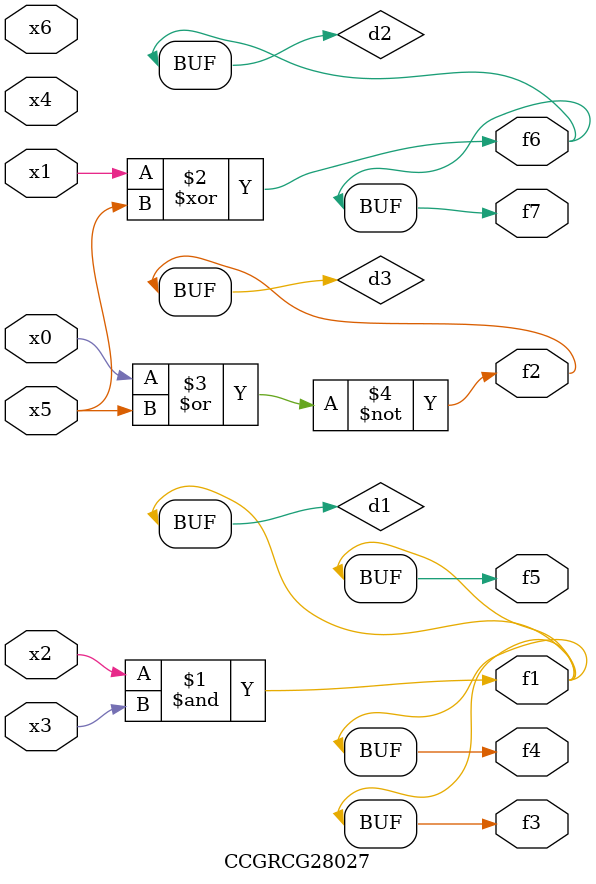
<source format=v>
module CCGRCG28027(
	input x0, x1, x2, x3, x4, x5, x6,
	output f1, f2, f3, f4, f5, f6, f7
);

	wire d1, d2, d3;

	and (d1, x2, x3);
	xor (d2, x1, x5);
	nor (d3, x0, x5);
	assign f1 = d1;
	assign f2 = d3;
	assign f3 = d1;
	assign f4 = d1;
	assign f5 = d1;
	assign f6 = d2;
	assign f7 = d2;
endmodule

</source>
